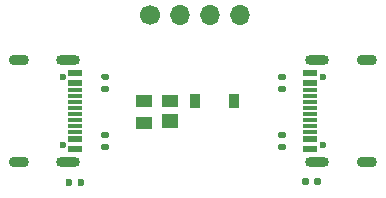
<source format=gts>
G04 #@! TF.GenerationSoftware,KiCad,Pcbnew,(5.1.10)-1*
G04 #@! TF.CreationDate,2021-10-03T11:45:08+02:00*
G04 #@! TF.ProjectId,PPK2-USB_C-Adapter_v1.0,50504b32-2d55-4534-925f-432d41646170,1.0*
G04 #@! TF.SameCoordinates,Original*
G04 #@! TF.FileFunction,Soldermask,Top*
G04 #@! TF.FilePolarity,Negative*
%FSLAX46Y46*%
G04 Gerber Fmt 4.6, Leading zero omitted, Abs format (unit mm)*
G04 Created by KiCad (PCBNEW (5.1.10)-1) date 2021-10-03 11:45:08*
%MOMM*%
%LPD*%
G01*
G04 APERTURE LIST*
%ADD10C,1.700000*%
%ADD11O,1.700000X1.700000*%
%ADD12R,1.160000X0.600000*%
%ADD13C,0.600000*%
%ADD14R,1.160000X0.300000*%
%ADD15O,1.700000X0.900000*%
%ADD16O,2.000000X0.900000*%
%ADD17R,1.400000X1.200000*%
%ADD18R,1.400000X1.000000*%
%ADD19R,0.900000X1.200000*%
G04 APERTURE END LIST*
D10*
X119062500Y-82423000D03*
D11*
X121602500Y-82423000D03*
X124142500Y-82423000D03*
X126682500Y-82423000D03*
D12*
X132676420Y-87371320D03*
X132676420Y-88171320D03*
X132676420Y-87371320D03*
X132676420Y-88171320D03*
X132676420Y-93771320D03*
X132676420Y-93771320D03*
X132676420Y-92971320D03*
X132676420Y-92971320D03*
D13*
X133736420Y-93461320D03*
X133736420Y-87681320D03*
D14*
X132676420Y-88821320D03*
X132676420Y-89821320D03*
X132676420Y-89321320D03*
X132676420Y-91821320D03*
X132676420Y-92321320D03*
X132676420Y-90321320D03*
X132676420Y-90821320D03*
X132676420Y-91321320D03*
D15*
X137426420Y-86251320D03*
X137426420Y-94891320D03*
D16*
X133256420Y-86251320D03*
X133256420Y-94891320D03*
X112186320Y-86251320D03*
X112186320Y-94891320D03*
D15*
X108016320Y-86251320D03*
X108016320Y-94891320D03*
D14*
X112766320Y-89821320D03*
X112766320Y-90321320D03*
X112766320Y-90821320D03*
X112766320Y-88821320D03*
X112766320Y-89321320D03*
X112766320Y-91821320D03*
X112766320Y-91321320D03*
X112766320Y-92321320D03*
D13*
X111706320Y-93461320D03*
X111706320Y-87681320D03*
D12*
X112766320Y-88171320D03*
X112766320Y-88171320D03*
X112766320Y-87371320D03*
X112766320Y-87371320D03*
X112766320Y-92971320D03*
X112766320Y-93771320D03*
X112766320Y-92971320D03*
X112766320Y-93771320D03*
D17*
X120767020Y-91442920D03*
D18*
X120767020Y-89722920D03*
X118567020Y-89722920D03*
X118567020Y-91622920D03*
D19*
X126239540Y-89758520D03*
X122939540Y-89758520D03*
G36*
G01*
X111937580Y-96804060D02*
X111937580Y-96434060D01*
G75*
G02*
X112072580Y-96299060I135000J0D01*
G01*
X112342580Y-96299060D01*
G75*
G02*
X112477580Y-96434060I0J-135000D01*
G01*
X112477580Y-96804060D01*
G75*
G02*
X112342580Y-96939060I-135000J0D01*
G01*
X112072580Y-96939060D01*
G75*
G02*
X111937580Y-96804060I0J135000D01*
G01*
G37*
G36*
G01*
X112957580Y-96804060D02*
X112957580Y-96434060D01*
G75*
G02*
X113092580Y-96299060I135000J0D01*
G01*
X113362580Y-96299060D01*
G75*
G02*
X113497580Y-96434060I0J-135000D01*
G01*
X113497580Y-96804060D01*
G75*
G02*
X113362580Y-96939060I-135000J0D01*
G01*
X113092580Y-96939060D01*
G75*
G02*
X112957580Y-96804060I0J135000D01*
G01*
G37*
G36*
G01*
X115113220Y-93356400D02*
X115483220Y-93356400D01*
G75*
G02*
X115618220Y-93491400I0J-135000D01*
G01*
X115618220Y-93761400D01*
G75*
G02*
X115483220Y-93896400I-135000J0D01*
G01*
X115113220Y-93896400D01*
G75*
G02*
X114978220Y-93761400I0J135000D01*
G01*
X114978220Y-93491400D01*
G75*
G02*
X115113220Y-93356400I135000J0D01*
G01*
G37*
G36*
G01*
X115113220Y-92336400D02*
X115483220Y-92336400D01*
G75*
G02*
X115618220Y-92471400I0J-135000D01*
G01*
X115618220Y-92741400D01*
G75*
G02*
X115483220Y-92876400I-135000J0D01*
G01*
X115113220Y-92876400D01*
G75*
G02*
X114978220Y-92741400I0J135000D01*
G01*
X114978220Y-92471400D01*
G75*
G02*
X115113220Y-92336400I135000J0D01*
G01*
G37*
G36*
G01*
X115483220Y-88971340D02*
X115113220Y-88971340D01*
G75*
G02*
X114978220Y-88836340I0J135000D01*
G01*
X114978220Y-88566340D01*
G75*
G02*
X115113220Y-88431340I135000J0D01*
G01*
X115483220Y-88431340D01*
G75*
G02*
X115618220Y-88566340I0J-135000D01*
G01*
X115618220Y-88836340D01*
G75*
G02*
X115483220Y-88971340I-135000J0D01*
G01*
G37*
G36*
G01*
X115483220Y-87951340D02*
X115113220Y-87951340D01*
G75*
G02*
X114978220Y-87816340I0J135000D01*
G01*
X114978220Y-87546340D01*
G75*
G02*
X115113220Y-87411340I135000J0D01*
G01*
X115483220Y-87411340D01*
G75*
G02*
X115618220Y-87546340I0J-135000D01*
G01*
X115618220Y-87816340D01*
G75*
G02*
X115483220Y-87951340I-135000J0D01*
G01*
G37*
G36*
G01*
X130068740Y-93356400D02*
X130438740Y-93356400D01*
G75*
G02*
X130573740Y-93491400I0J-135000D01*
G01*
X130573740Y-93761400D01*
G75*
G02*
X130438740Y-93896400I-135000J0D01*
G01*
X130068740Y-93896400D01*
G75*
G02*
X129933740Y-93761400I0J135000D01*
G01*
X129933740Y-93491400D01*
G75*
G02*
X130068740Y-93356400I135000J0D01*
G01*
G37*
G36*
G01*
X130068740Y-92336400D02*
X130438740Y-92336400D01*
G75*
G02*
X130573740Y-92471400I0J-135000D01*
G01*
X130573740Y-92741400D01*
G75*
G02*
X130438740Y-92876400I-135000J0D01*
G01*
X130068740Y-92876400D01*
G75*
G02*
X129933740Y-92741400I0J135000D01*
G01*
X129933740Y-92471400D01*
G75*
G02*
X130068740Y-92336400I135000J0D01*
G01*
G37*
G36*
G01*
X130438740Y-88971340D02*
X130068740Y-88971340D01*
G75*
G02*
X129933740Y-88836340I0J135000D01*
G01*
X129933740Y-88566340D01*
G75*
G02*
X130068740Y-88431340I135000J0D01*
G01*
X130438740Y-88431340D01*
G75*
G02*
X130573740Y-88566340I0J-135000D01*
G01*
X130573740Y-88836340D01*
G75*
G02*
X130438740Y-88971340I-135000J0D01*
G01*
G37*
G36*
G01*
X130438740Y-87951340D02*
X130068740Y-87951340D01*
G75*
G02*
X129933740Y-87816340I0J135000D01*
G01*
X129933740Y-87546340D01*
G75*
G02*
X130068740Y-87411340I135000J0D01*
G01*
X130438740Y-87411340D01*
G75*
G02*
X130573740Y-87546340I0J-135000D01*
G01*
X130573740Y-87816340D01*
G75*
G02*
X130438740Y-87951340I-135000J0D01*
G01*
G37*
G36*
G01*
X132513100Y-96370560D02*
X132513100Y-96740560D01*
G75*
G02*
X132378100Y-96875560I-135000J0D01*
G01*
X132108100Y-96875560D01*
G75*
G02*
X131973100Y-96740560I0J135000D01*
G01*
X131973100Y-96370560D01*
G75*
G02*
X132108100Y-96235560I135000J0D01*
G01*
X132378100Y-96235560D01*
G75*
G02*
X132513100Y-96370560I0J-135000D01*
G01*
G37*
G36*
G01*
X133533100Y-96370560D02*
X133533100Y-96740560D01*
G75*
G02*
X133398100Y-96875560I-135000J0D01*
G01*
X133128100Y-96875560D01*
G75*
G02*
X132993100Y-96740560I0J135000D01*
G01*
X132993100Y-96370560D01*
G75*
G02*
X133128100Y-96235560I135000J0D01*
G01*
X133398100Y-96235560D01*
G75*
G02*
X133533100Y-96370560I0J-135000D01*
G01*
G37*
M02*

</source>
